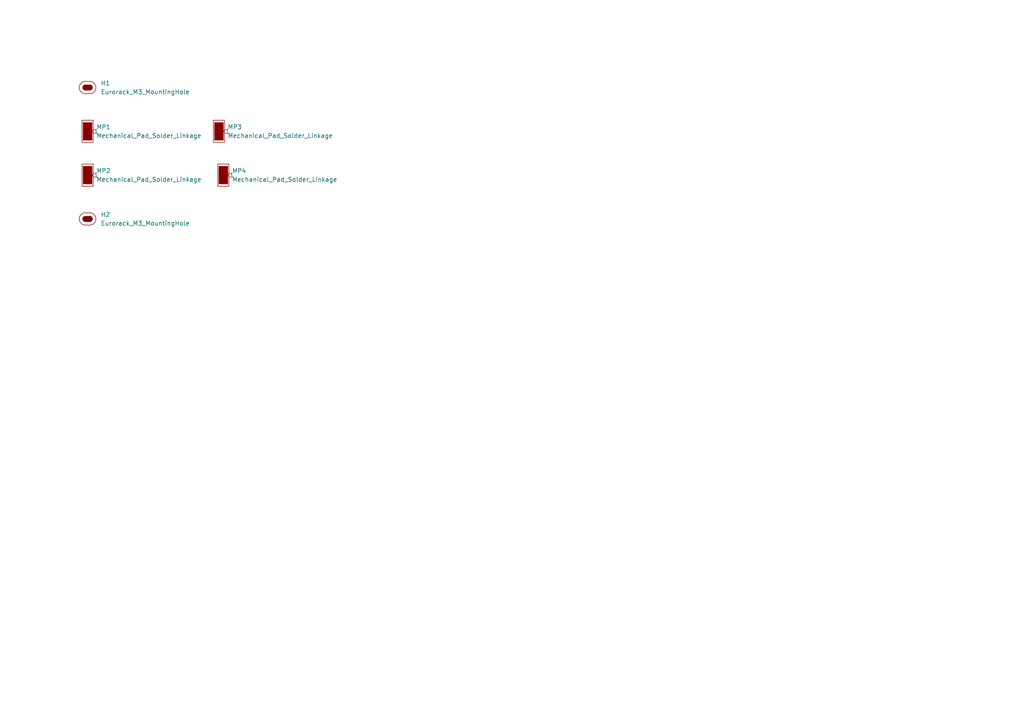
<source format=kicad_sch>
(kicad_sch (version 20250114) (generator "eeschema") (generator_version "9.0")
  (paper "A4")
  (lib_symbols
    (symbol "EXC:Eurorack_M3_MountingHole" (pin_names (offset 1.016))
      (property "Reference" "H" (at 0 5.08 0))
      (property "Value" "Eurorack_M3_MountingHole" (at 0 3.175 0))
      (symbol "Eurorack_M3_MountingHole_0_1"
        (polyline (pts (xy -0.635 0.762) (xy 0.635 0.762)))
        (circle (center -0.635 0) (radius 0.762) (fill (type outline)))
        (arc (start -0.635 -0.762) (mid -1.397 0) (end -0.635 0.762))
        (arc (start -0.635 -1.778) (mid -2.413 0) (end -0.635 1.778))
        (polyline (pts (xy -0.635 -0.762) (xy 0.635 -0.762)))
        (polyline (pts (xy -0.635 -1.778) (xy 0.635 -1.778)))
        (circle (center 0 0) (radius 0.762) (fill (type outline)))
        (polyline (pts (xy 0.635 1.778) (xy -0.635 1.778)))
        (arc (start 0.6141 1.778) (mid 2.4131 0) (end 0.6141 -1.778))
        (arc (start 0.6227 0.762) (mid 1.3971 0) (end 0.6227 -0.762))
        (circle (center 0.635 0) (radius 0.762) (fill (type outline)))
      )
    )
    (symbol "EXC:Mechanical_Pad_Solder_Linkage"
      (property "Reference" "MP" (at 0 4.318 0))
      (property "Value" "Mechanical_Pad_Solder_Linkage" (at 0 -4.318 0))
      (symbol "Mechanical_Pad_Solder_Linkage_0_1"
        (rectangle (start -1.6129 3.2258) (end 1.6129 -3.2258))
        (rectangle (start -1.27 2.54) (end 1.27 -2.54) (fill (type outline)))
      )
      (symbol "Mechanical_Pad_Solder_Linkage_1_1"
        (pin bidirectional non_logic (at -1.27 0 0) (length 2.54) (name "1") (number "1"))
      )
    )
  )
  (symbol (lib_id "EXC:Mechanical_Pad_Solder_Linkage") (at 25.4 38.1 0) (unit 1)
    (property "Reference" "MP1" (at 27.94 36.8299 0) (effects (justify left)))
    (property "Value" "Mechanical_Pad_Solder_Linkage" (at 27.94 39.3699 0) (effects (justify left)))
    (property "Footprint" "EXC:SolderWirePad_1x01_SMD_1x2mm" (effects (hide yes)))
    (property "Description" "Solder pad for mechanically connecting PCBs/etc." (effects (hide yes)))
  )
  (symbol (lib_id "EXC:Mechanical_Pad_Solder_Linkage") (at 63.5 38.1 0) (unit 1)
    (property "Reference" "MP3" (at 66.04 36.8299 0) (effects (justify left)))
    (property "Value" "Mechanical_Pad_Solder_Linkage" (at 66.04 39.3699 0) (effects (justify left)))
    (property "Footprint" "EXC:SolderWirePad_1x01_SMD_1x2mm" (effects (hide yes)))
    (property "Description" "Solder pad for mechanically connecting PCBs/etc." (effects (hide yes)))
  )
  (symbol (lib_id "EXC:Mechanical_Pad_Solder_Linkage") (at 25.4 50.8 0) (unit 1)
    (property "Reference" "MP2" (at 27.94 49.5299 0) (effects (justify left)))
    (property "Value" "Mechanical_Pad_Solder_Linkage" (at 27.94 52.0699 0) (effects (justify left)))
    (property "Footprint" "EXC:SolderWirePad_1x01_SMD_1x2mm" (effects (hide yes)))
    (property "Description" "Solder pad for mechanically connecting PCBs/etc." (effects (hide yes)))
  )
  (symbol (lib_id "EXC:Eurorack_M3_MountingHole") (at 25.4 25.4 0) (unit 1)
    (property "Reference" "H1" (at 29.21 24.1299 0) (effects (justify left)))
    (property "Value" "Eurorack_M3_MountingHole" (at 29.21 26.6699 0) (effects (justify left)))
    (property "Footprint" "EXC:MountingHole_3.2mm_M3" (effects (hide yes)))
    (property "Description" "Mounting Hole without connection" (effects (hide yes)))
  )
  (symbol (lib_id "EXC:Eurorack_M3_MountingHole") (at 25.4 63.5 0) (unit 1)
    (property "Reference" "H2" (at 29.21 62.2299 0) (effects (justify left)))
    (property "Value" "Eurorack_M3_MountingHole" (at 29.21 64.7699 0) (effects (justify left)))
    (property "Footprint" "EXC:MountingHole_3.2mm_M3" (effects (hide yes)))
    (property "Description" "Mounting Hole without connection" (effects (hide yes)))
  )
  (symbol (lib_id "EXC:Mechanical_Pad_Solder_Linkage") (at 64.77 50.8 0) (unit 1)
    (property "Reference" "MP4" (at 67.31 49.5299 0) (effects (justify left)))
    (property "Value" "Mechanical_Pad_Solder_Linkage" (at 67.31 52.0699 0) (effects (justify left)))
    (property "Footprint" "EXC:SolderWirePad_1x01_SMD_1x2mm" (effects (hide yes)))
    (property "Description" "Solder pad for mechanically connecting PCBs/etc." (effects (hide yes)))
  )
)
</source>
